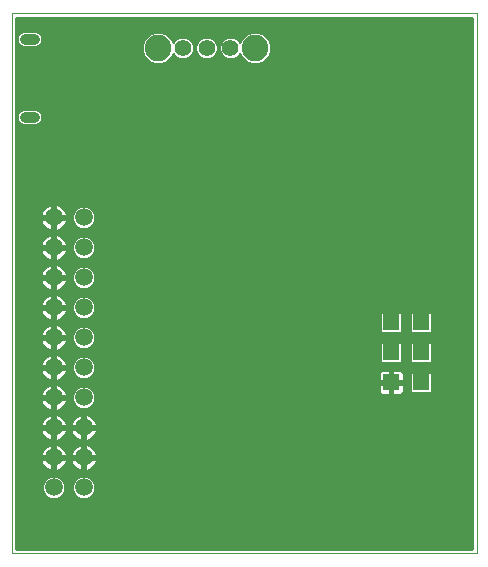
<source format=gbl>
G75*
%MOIN*%
%OFA0B0*%
%FSLAX25Y25*%
%IPPOS*%
%LPD*%
%AMOC8*
5,1,8,0,0,1.08239X$1,22.5*
%
%ADD10C,0.00000*%
%ADD11C,0.03543*%
%ADD12C,0.05600*%
%ADD13C,0.08858*%
%ADD14R,0.05315X0.05315*%
%ADD15C,0.05906*%
%ADD16C,0.01000*%
%ADD17C,0.03169*%
%ADD18C,0.01600*%
D10*
X0001500Y0001500D02*
X0001500Y0181500D01*
X0156500Y0181500D01*
X0156500Y0001500D01*
X0001500Y0001500D01*
D11*
X0008866Y0147008D02*
X0008866Y0147008D01*
X0006110Y0147008D01*
X0006110Y0147008D01*
X0008866Y0147008D01*
X0008866Y0172992D02*
X0008866Y0172992D01*
X0006110Y0172992D01*
X0006110Y0172992D01*
X0008866Y0172992D01*
D12*
X0058600Y0170000D03*
X0066500Y0170000D03*
X0074400Y0170000D03*
D13*
X0082650Y0170000D03*
X0050350Y0170000D03*
D14*
X0128000Y0078500D03*
X0128000Y0068500D03*
X0128000Y0058500D03*
X0138000Y0058500D03*
X0138000Y0068500D03*
X0138000Y0078500D03*
D15*
X0025500Y0073500D03*
X0025500Y0083500D03*
X0025500Y0093500D03*
X0025500Y0103500D03*
X0025500Y0113500D03*
X0015500Y0113500D03*
X0015500Y0103500D03*
X0015500Y0093500D03*
X0015500Y0083500D03*
X0015500Y0073500D03*
X0015500Y0063500D03*
X0015500Y0053500D03*
X0015500Y0043500D03*
X0015500Y0033500D03*
X0015500Y0023500D03*
X0025500Y0023500D03*
X0025500Y0033500D03*
X0025500Y0043500D03*
X0025500Y0053500D03*
X0025500Y0063500D03*
D16*
X0028002Y0060412D02*
X0123843Y0060412D01*
X0123843Y0061355D02*
X0123843Y0058886D01*
X0127614Y0058886D01*
X0127614Y0062657D01*
X0125145Y0062657D01*
X0124764Y0062555D01*
X0124421Y0062358D01*
X0124142Y0062078D01*
X0123945Y0061736D01*
X0123843Y0061355D01*
X0123857Y0061411D02*
X0028913Y0061411D01*
X0028851Y0061261D02*
X0029453Y0062714D01*
X0029453Y0064286D01*
X0028851Y0065739D01*
X0027739Y0066851D01*
X0026286Y0067453D01*
X0024714Y0067453D01*
X0023261Y0066851D01*
X0022149Y0065739D01*
X0021547Y0064286D01*
X0021547Y0062714D01*
X0022149Y0061261D01*
X0023261Y0060149D01*
X0024714Y0059547D01*
X0026286Y0059547D01*
X0027739Y0060149D01*
X0028851Y0061261D01*
X0029327Y0062409D02*
X0124511Y0062409D01*
X0124928Y0064843D02*
X0124343Y0065428D01*
X0124343Y0071572D01*
X0124928Y0072157D01*
X0131072Y0072157D01*
X0131657Y0071572D01*
X0131657Y0065428D01*
X0131072Y0064843D01*
X0124928Y0064843D01*
X0124366Y0065405D02*
X0028989Y0065405D01*
X0029403Y0064406D02*
X0155000Y0064406D01*
X0155000Y0063408D02*
X0029453Y0063408D01*
X0028187Y0066403D02*
X0124343Y0066403D01*
X0124343Y0067402D02*
X0026409Y0067402D01*
X0024591Y0067402D02*
X0017650Y0067402D01*
X0017834Y0067308D02*
X0017209Y0067627D01*
X0016543Y0067843D01*
X0015984Y0067932D01*
X0015984Y0063984D01*
X0015016Y0063984D01*
X0015016Y0063016D01*
X0011068Y0063016D01*
X0011157Y0062457D01*
X0011373Y0061791D01*
X0011692Y0061166D01*
X0012104Y0060599D01*
X0012599Y0060104D01*
X0013166Y0059692D01*
X0013791Y0059373D01*
X0014457Y0059157D01*
X0015016Y0059068D01*
X0015016Y0063016D01*
X0015984Y0063016D01*
X0015984Y0059068D01*
X0016543Y0059157D01*
X0017209Y0059373D01*
X0017834Y0059692D01*
X0018401Y0060104D01*
X0018896Y0060599D01*
X0019308Y0061166D01*
X0019627Y0061791D01*
X0019843Y0062457D01*
X0019932Y0063016D01*
X0015984Y0063016D01*
X0015984Y0063984D01*
X0019932Y0063984D01*
X0019843Y0064543D01*
X0019627Y0065209D01*
X0019308Y0065834D01*
X0018896Y0066401D01*
X0018401Y0066896D01*
X0017834Y0067308D01*
X0018894Y0066403D02*
X0022813Y0066403D01*
X0022011Y0065405D02*
X0019527Y0065405D01*
X0019865Y0064406D02*
X0021597Y0064406D01*
X0021547Y0063408D02*
X0015984Y0063408D01*
X0015016Y0063408D02*
X0003000Y0063408D01*
X0003000Y0064406D02*
X0011135Y0064406D01*
X0011157Y0064543D02*
X0011068Y0063984D01*
X0015016Y0063984D01*
X0015016Y0067932D01*
X0014457Y0067843D01*
X0013791Y0067627D01*
X0013166Y0067308D01*
X0012599Y0066896D01*
X0012104Y0066401D01*
X0011692Y0065834D01*
X0011373Y0065209D01*
X0011157Y0064543D01*
X0011473Y0065405D02*
X0003000Y0065405D01*
X0003000Y0066403D02*
X0012106Y0066403D01*
X0013350Y0067402D02*
X0003000Y0067402D01*
X0003000Y0068400D02*
X0124343Y0068400D01*
X0124343Y0069399D02*
X0017259Y0069399D01*
X0017209Y0069373D02*
X0017834Y0069692D01*
X0018401Y0070104D01*
X0018896Y0070599D01*
X0019308Y0071166D01*
X0019627Y0071791D01*
X0019843Y0072457D01*
X0019932Y0073016D01*
X0015984Y0073016D01*
X0015984Y0069068D01*
X0016543Y0069157D01*
X0017209Y0069373D01*
X0015984Y0069399D02*
X0015016Y0069399D01*
X0015016Y0069068D02*
X0015016Y0073016D01*
X0011068Y0073016D01*
X0011157Y0072457D01*
X0011373Y0071791D01*
X0011692Y0071166D01*
X0012104Y0070599D01*
X0012599Y0070104D01*
X0013166Y0069692D01*
X0013791Y0069373D01*
X0014457Y0069157D01*
X0015016Y0069068D01*
X0013741Y0069399D02*
X0003000Y0069399D01*
X0003000Y0070397D02*
X0012306Y0070397D01*
X0011575Y0071396D02*
X0003000Y0071396D01*
X0003000Y0072394D02*
X0011177Y0072394D01*
X0011068Y0073984D02*
X0015016Y0073984D01*
X0015016Y0073016D01*
X0015984Y0073016D01*
X0015984Y0073984D01*
X0015016Y0073984D01*
X0015016Y0077932D01*
X0014457Y0077843D01*
X0013791Y0077627D01*
X0013166Y0077308D01*
X0012599Y0076896D01*
X0012104Y0076401D01*
X0011692Y0075834D01*
X0011373Y0075209D01*
X0011157Y0074543D01*
X0011068Y0073984D01*
X0011133Y0074391D02*
X0003000Y0074391D01*
X0003000Y0073393D02*
X0015016Y0073393D01*
X0015984Y0073393D02*
X0021547Y0073393D01*
X0021547Y0072714D02*
X0021547Y0074286D01*
X0022149Y0075739D01*
X0023261Y0076851D01*
X0024714Y0077453D01*
X0026286Y0077453D01*
X0027739Y0076851D01*
X0028851Y0075739D01*
X0029453Y0074286D01*
X0029453Y0072714D01*
X0028851Y0071261D01*
X0027739Y0070149D01*
X0026286Y0069547D01*
X0024714Y0069547D01*
X0023261Y0070149D01*
X0022149Y0071261D01*
X0021547Y0072714D01*
X0021680Y0072394D02*
X0019823Y0072394D01*
X0019425Y0071396D02*
X0022093Y0071396D01*
X0023013Y0070397D02*
X0018694Y0070397D01*
X0015984Y0070397D02*
X0015016Y0070397D01*
X0015016Y0071396D02*
X0015984Y0071396D01*
X0015984Y0072394D02*
X0015016Y0072394D01*
X0015984Y0073984D02*
X0019932Y0073984D01*
X0019843Y0074543D01*
X0019627Y0075209D01*
X0019308Y0075834D01*
X0018896Y0076401D01*
X0018401Y0076896D01*
X0017834Y0077308D01*
X0017209Y0077627D01*
X0016543Y0077843D01*
X0015984Y0077932D01*
X0015984Y0073984D01*
X0015984Y0074391D02*
X0015016Y0074391D01*
X0015016Y0075390D02*
X0015984Y0075390D01*
X0015984Y0076388D02*
X0015016Y0076388D01*
X0015016Y0077387D02*
X0015984Y0077387D01*
X0015984Y0079068D02*
X0016543Y0079157D01*
X0017209Y0079373D01*
X0017834Y0079692D01*
X0018401Y0080104D01*
X0018896Y0080599D01*
X0019308Y0081166D01*
X0019627Y0081791D01*
X0019843Y0082457D01*
X0019932Y0083016D01*
X0015984Y0083016D01*
X0015984Y0079068D01*
X0015984Y0079384D02*
X0015016Y0079384D01*
X0015016Y0079068D02*
X0015016Y0083016D01*
X0011068Y0083016D01*
X0011157Y0082457D01*
X0011373Y0081791D01*
X0011692Y0081166D01*
X0012104Y0080599D01*
X0012599Y0080104D01*
X0013166Y0079692D01*
X0013791Y0079373D01*
X0014457Y0079157D01*
X0015016Y0079068D01*
X0013770Y0079384D02*
X0003000Y0079384D01*
X0003000Y0080382D02*
X0012320Y0080382D01*
X0011582Y0081381D02*
X0003000Y0081381D01*
X0003000Y0082379D02*
X0011182Y0082379D01*
X0011068Y0083984D02*
X0015016Y0083984D01*
X0015016Y0083016D01*
X0015984Y0083016D01*
X0015984Y0083984D01*
X0015016Y0083984D01*
X0015016Y0087932D01*
X0014457Y0087843D01*
X0013791Y0087627D01*
X0013166Y0087308D01*
X0012599Y0086896D01*
X0012104Y0086401D01*
X0011692Y0085834D01*
X0011373Y0085209D01*
X0011157Y0084543D01*
X0011068Y0083984D01*
X0011131Y0084376D02*
X0003000Y0084376D01*
X0003000Y0083378D02*
X0015016Y0083378D01*
X0015984Y0083378D02*
X0021547Y0083378D01*
X0021547Y0082714D02*
X0022149Y0081261D01*
X0023261Y0080149D01*
X0024714Y0079547D01*
X0026286Y0079547D01*
X0027739Y0080149D01*
X0028851Y0081261D01*
X0029453Y0082714D01*
X0029453Y0084286D01*
X0028851Y0085739D01*
X0027739Y0086851D01*
X0026286Y0087453D01*
X0024714Y0087453D01*
X0023261Y0086851D01*
X0022149Y0085739D01*
X0021547Y0084286D01*
X0021547Y0082714D01*
X0021686Y0082379D02*
X0019818Y0082379D01*
X0019418Y0081381D02*
X0022099Y0081381D01*
X0023028Y0080382D02*
X0018680Y0080382D01*
X0017230Y0079384D02*
X0124343Y0079384D01*
X0124343Y0080382D02*
X0027972Y0080382D01*
X0028901Y0081381D02*
X0124343Y0081381D01*
X0124343Y0081572D02*
X0124343Y0075428D01*
X0124928Y0074843D01*
X0131072Y0074843D01*
X0131657Y0075428D01*
X0131657Y0081572D01*
X0131072Y0082157D01*
X0124928Y0082157D01*
X0124343Y0081572D01*
X0124343Y0078385D02*
X0003000Y0078385D01*
X0003000Y0077387D02*
X0013320Y0077387D01*
X0012095Y0076388D02*
X0003000Y0076388D01*
X0003000Y0075390D02*
X0011465Y0075390D01*
X0015016Y0080382D02*
X0015984Y0080382D01*
X0015984Y0081381D02*
X0015016Y0081381D01*
X0015016Y0082379D02*
X0015984Y0082379D01*
X0015984Y0083984D02*
X0019932Y0083984D01*
X0019843Y0084543D01*
X0019627Y0085209D01*
X0019308Y0085834D01*
X0018896Y0086401D01*
X0018401Y0086896D01*
X0017834Y0087308D01*
X0017209Y0087627D01*
X0016543Y0087843D01*
X0015984Y0087932D01*
X0015984Y0083984D01*
X0015984Y0084376D02*
X0015016Y0084376D01*
X0015016Y0085375D02*
X0015984Y0085375D01*
X0015984Y0086373D02*
X0015016Y0086373D01*
X0015016Y0087372D02*
X0015984Y0087372D01*
X0015984Y0089068D02*
X0016543Y0089157D01*
X0017209Y0089373D01*
X0017834Y0089692D01*
X0018401Y0090104D01*
X0018896Y0090599D01*
X0019308Y0091166D01*
X0019627Y0091791D01*
X0019843Y0092457D01*
X0019932Y0093016D01*
X0015984Y0093016D01*
X0015984Y0089068D01*
X0015984Y0089369D02*
X0015016Y0089369D01*
X0015016Y0089068D02*
X0015016Y0093016D01*
X0011068Y0093016D01*
X0011157Y0092457D01*
X0011373Y0091791D01*
X0011692Y0091166D01*
X0012104Y0090599D01*
X0012599Y0090104D01*
X0013166Y0089692D01*
X0013791Y0089373D01*
X0014457Y0089157D01*
X0015016Y0089068D01*
X0013805Y0089369D02*
X0003000Y0089369D01*
X0003000Y0088370D02*
X0155000Y0088370D01*
X0155000Y0087372D02*
X0026481Y0087372D01*
X0024519Y0087372D02*
X0017709Y0087372D01*
X0018916Y0086373D02*
X0022783Y0086373D01*
X0021998Y0085375D02*
X0019542Y0085375D01*
X0019869Y0084376D02*
X0021585Y0084376D01*
X0023261Y0090149D02*
X0024714Y0089547D01*
X0026286Y0089547D01*
X0027739Y0090149D01*
X0028851Y0091261D01*
X0029453Y0092714D01*
X0029453Y0094286D01*
X0028851Y0095739D01*
X0027739Y0096851D01*
X0026286Y0097453D01*
X0024714Y0097453D01*
X0023261Y0096851D01*
X0022149Y0095739D01*
X0021547Y0094286D01*
X0021547Y0092714D01*
X0022149Y0091261D01*
X0023261Y0090149D01*
X0023042Y0090368D02*
X0018665Y0090368D01*
X0019410Y0091366D02*
X0022105Y0091366D01*
X0021692Y0092365D02*
X0019813Y0092365D01*
X0019932Y0093984D02*
X0019843Y0094543D01*
X0019627Y0095209D01*
X0019308Y0095834D01*
X0018896Y0096401D01*
X0018401Y0096896D01*
X0017834Y0097308D01*
X0017209Y0097627D01*
X0016543Y0097843D01*
X0015984Y0097932D01*
X0015984Y0093984D01*
X0015016Y0093984D01*
X0015016Y0093016D01*
X0015984Y0093016D01*
X0015984Y0093984D01*
X0019932Y0093984D01*
X0019872Y0094362D02*
X0021578Y0094362D01*
X0021547Y0093363D02*
X0015984Y0093363D01*
X0015016Y0093363D02*
X0003000Y0093363D01*
X0003000Y0092365D02*
X0011187Y0092365D01*
X0011590Y0091366D02*
X0003000Y0091366D01*
X0003000Y0090368D02*
X0012335Y0090368D01*
X0015016Y0090368D02*
X0015984Y0090368D01*
X0015984Y0091366D02*
X0015016Y0091366D01*
X0015016Y0092365D02*
X0015984Y0092365D01*
X0015016Y0093984D02*
X0011068Y0093984D01*
X0011157Y0094543D01*
X0011373Y0095209D01*
X0011692Y0095834D01*
X0012104Y0096401D01*
X0012599Y0096896D01*
X0013166Y0097308D01*
X0013791Y0097627D01*
X0014457Y0097843D01*
X0015016Y0097932D01*
X0015016Y0093984D01*
X0015016Y0094362D02*
X0015984Y0094362D01*
X0015984Y0095360D02*
X0015016Y0095360D01*
X0015016Y0096359D02*
X0015984Y0096359D01*
X0015984Y0097357D02*
X0015016Y0097357D01*
X0015016Y0099068D02*
X0015016Y0103016D01*
X0011068Y0103016D01*
X0011157Y0102457D01*
X0011373Y0101791D01*
X0011692Y0101166D01*
X0012104Y0100599D01*
X0012599Y0100104D01*
X0013166Y0099692D01*
X0013791Y0099373D01*
X0014457Y0099157D01*
X0015016Y0099068D01*
X0015016Y0099354D02*
X0015984Y0099354D01*
X0015984Y0099068D02*
X0016543Y0099157D01*
X0017209Y0099373D01*
X0017834Y0099692D01*
X0018401Y0100104D01*
X0018896Y0100599D01*
X0019308Y0101166D01*
X0019627Y0101791D01*
X0019843Y0102457D01*
X0019932Y0103016D01*
X0015984Y0103016D01*
X0015984Y0099068D01*
X0017150Y0099354D02*
X0155000Y0099354D01*
X0155000Y0098356D02*
X0003000Y0098356D01*
X0003000Y0099354D02*
X0013850Y0099354D01*
X0015016Y0100353D02*
X0015984Y0100353D01*
X0015984Y0101351D02*
X0015016Y0101351D01*
X0015016Y0102350D02*
X0015984Y0102350D01*
X0015984Y0103016D02*
X0015016Y0103016D01*
X0015016Y0103984D01*
X0011068Y0103984D01*
X0011157Y0104543D01*
X0011373Y0105209D01*
X0011692Y0105834D01*
X0012104Y0106401D01*
X0012599Y0106896D01*
X0013166Y0107308D01*
X0013791Y0107627D01*
X0014457Y0107843D01*
X0015016Y0107932D01*
X0015016Y0103984D01*
X0015984Y0103984D01*
X0015984Y0107932D01*
X0016543Y0107843D01*
X0017209Y0107627D01*
X0017834Y0107308D01*
X0018401Y0106896D01*
X0018896Y0106401D01*
X0019308Y0105834D01*
X0019627Y0105209D01*
X0019843Y0104543D01*
X0019932Y0103984D01*
X0015984Y0103984D01*
X0015984Y0103016D01*
X0015984Y0103348D02*
X0021547Y0103348D01*
X0021547Y0102714D02*
X0022149Y0101261D01*
X0023261Y0100149D01*
X0024714Y0099547D01*
X0026286Y0099547D01*
X0027739Y0100149D01*
X0028851Y0101261D01*
X0029453Y0102714D01*
X0029453Y0104286D01*
X0028851Y0105739D01*
X0027739Y0106851D01*
X0026286Y0107453D01*
X0024714Y0107453D01*
X0023261Y0106851D01*
X0022149Y0105739D01*
X0021547Y0104286D01*
X0021547Y0102714D01*
X0021698Y0102350D02*
X0019808Y0102350D01*
X0019403Y0101351D02*
X0022112Y0101351D01*
X0023057Y0100353D02*
X0018650Y0100353D01*
X0017738Y0097357D02*
X0024483Y0097357D01*
X0022769Y0096359D02*
X0018927Y0096359D01*
X0019550Y0095360D02*
X0021992Y0095360D01*
X0026517Y0097357D02*
X0155000Y0097357D01*
X0155000Y0096359D02*
X0028231Y0096359D01*
X0029008Y0095360D02*
X0155000Y0095360D01*
X0155000Y0094362D02*
X0029422Y0094362D01*
X0029453Y0093363D02*
X0155000Y0093363D01*
X0155000Y0092365D02*
X0029308Y0092365D01*
X0028894Y0091366D02*
X0155000Y0091366D01*
X0155000Y0090368D02*
X0027958Y0090368D01*
X0028217Y0086373D02*
X0155000Y0086373D01*
X0155000Y0085375D02*
X0029002Y0085375D01*
X0029415Y0084376D02*
X0155000Y0084376D01*
X0155000Y0083378D02*
X0029453Y0083378D01*
X0029314Y0082379D02*
X0155000Y0082379D01*
X0155000Y0081381D02*
X0141657Y0081381D01*
X0141657Y0081572D02*
X0141072Y0082157D01*
X0134928Y0082157D01*
X0134343Y0081572D01*
X0134343Y0075428D01*
X0134928Y0074843D01*
X0141072Y0074843D01*
X0141657Y0075428D01*
X0141657Y0081572D01*
X0141657Y0080382D02*
X0155000Y0080382D01*
X0155000Y0079384D02*
X0141657Y0079384D01*
X0141657Y0078385D02*
X0155000Y0078385D01*
X0155000Y0077387D02*
X0141657Y0077387D01*
X0141657Y0076388D02*
X0155000Y0076388D01*
X0155000Y0075390D02*
X0141619Y0075390D01*
X0141072Y0072157D02*
X0141657Y0071572D01*
X0141657Y0065428D01*
X0141072Y0064843D01*
X0134928Y0064843D01*
X0134343Y0065428D01*
X0134343Y0071572D01*
X0134928Y0072157D01*
X0141072Y0072157D01*
X0141657Y0071396D02*
X0155000Y0071396D01*
X0155000Y0072394D02*
X0029320Y0072394D01*
X0029453Y0073393D02*
X0155000Y0073393D01*
X0155000Y0074391D02*
X0029409Y0074391D01*
X0028996Y0075390D02*
X0124381Y0075390D01*
X0124343Y0076388D02*
X0028202Y0076388D01*
X0026445Y0077387D02*
X0124343Y0077387D01*
X0124343Y0071396D02*
X0028907Y0071396D01*
X0027987Y0070397D02*
X0124343Y0070397D01*
X0127614Y0062409D02*
X0128386Y0062409D01*
X0128386Y0062657D02*
X0128386Y0058886D01*
X0127614Y0058886D01*
X0127614Y0058114D01*
X0128386Y0058114D01*
X0128386Y0058886D01*
X0132157Y0058886D01*
X0132157Y0061355D01*
X0132055Y0061736D01*
X0131858Y0062078D01*
X0131578Y0062358D01*
X0131236Y0062555D01*
X0130855Y0062657D01*
X0128386Y0062657D01*
X0128386Y0061411D02*
X0127614Y0061411D01*
X0127614Y0060412D02*
X0128386Y0060412D01*
X0128386Y0059414D02*
X0127614Y0059414D01*
X0127614Y0058415D02*
X0003000Y0058415D01*
X0003000Y0057417D02*
X0013379Y0057417D01*
X0013166Y0057308D02*
X0012599Y0056896D01*
X0012104Y0056401D01*
X0011692Y0055834D01*
X0011373Y0055209D01*
X0011157Y0054543D01*
X0011068Y0053984D01*
X0015016Y0053984D01*
X0015016Y0053016D01*
X0011068Y0053016D01*
X0011157Y0052457D01*
X0011373Y0051791D01*
X0011692Y0051166D01*
X0012104Y0050599D01*
X0012599Y0050104D01*
X0013166Y0049692D01*
X0013791Y0049373D01*
X0014457Y0049157D01*
X0015016Y0049068D01*
X0015016Y0053016D01*
X0015984Y0053016D01*
X0015984Y0049068D01*
X0016543Y0049157D01*
X0017209Y0049373D01*
X0017834Y0049692D01*
X0018401Y0050104D01*
X0018896Y0050599D01*
X0019308Y0051166D01*
X0019627Y0051791D01*
X0019843Y0052457D01*
X0019932Y0053016D01*
X0015984Y0053016D01*
X0015984Y0053984D01*
X0015016Y0053984D01*
X0015016Y0057932D01*
X0014457Y0057843D01*
X0013791Y0057627D01*
X0013166Y0057308D01*
X0012121Y0056418D02*
X0003000Y0056418D01*
X0003000Y0055420D02*
X0011481Y0055420D01*
X0011138Y0054421D02*
X0003000Y0054421D01*
X0003000Y0053423D02*
X0015016Y0053423D01*
X0015984Y0053423D02*
X0021547Y0053423D01*
X0021547Y0052714D02*
X0021547Y0054286D01*
X0022149Y0055739D01*
X0023261Y0056851D01*
X0024714Y0057453D01*
X0026286Y0057453D01*
X0027739Y0056851D01*
X0028851Y0055739D01*
X0029453Y0054286D01*
X0029453Y0052714D01*
X0028851Y0051261D01*
X0027739Y0050149D01*
X0026286Y0049547D01*
X0024714Y0049547D01*
X0023261Y0050149D01*
X0022149Y0051261D01*
X0021547Y0052714D01*
X0021667Y0052424D02*
X0019832Y0052424D01*
X0019440Y0051426D02*
X0022081Y0051426D01*
X0022983Y0050427D02*
X0018724Y0050427D01*
X0017317Y0049429D02*
X0155000Y0049429D01*
X0155000Y0050427D02*
X0028017Y0050427D01*
X0028919Y0051426D02*
X0155000Y0051426D01*
X0155000Y0052424D02*
X0029333Y0052424D01*
X0029453Y0053423D02*
X0155000Y0053423D01*
X0155000Y0054421D02*
X0131148Y0054421D01*
X0131236Y0054445D02*
X0131578Y0054642D01*
X0131858Y0054921D01*
X0132055Y0055264D01*
X0132157Y0055645D01*
X0132157Y0058114D01*
X0128386Y0058114D01*
X0128386Y0054343D01*
X0130855Y0054343D01*
X0131236Y0054445D01*
X0132097Y0055420D02*
X0134351Y0055420D01*
X0134343Y0055428D02*
X0134928Y0054843D01*
X0141072Y0054843D01*
X0141657Y0055428D01*
X0141657Y0061572D01*
X0141072Y0062157D01*
X0134928Y0062157D01*
X0134343Y0061572D01*
X0134343Y0055428D01*
X0134343Y0056418D02*
X0132157Y0056418D01*
X0132157Y0057417D02*
X0134343Y0057417D01*
X0134343Y0058415D02*
X0128386Y0058415D01*
X0127614Y0058114D02*
X0127614Y0054343D01*
X0125145Y0054343D01*
X0124764Y0054445D01*
X0124421Y0054642D01*
X0124142Y0054921D01*
X0123945Y0055264D01*
X0123843Y0055645D01*
X0123843Y0058114D01*
X0127614Y0058114D01*
X0127614Y0057417D02*
X0128386Y0057417D01*
X0128386Y0056418D02*
X0127614Y0056418D01*
X0127614Y0055420D02*
X0128386Y0055420D01*
X0128386Y0054421D02*
X0127614Y0054421D01*
X0124852Y0054421D02*
X0029397Y0054421D01*
X0028983Y0055420D02*
X0123903Y0055420D01*
X0123843Y0056418D02*
X0028172Y0056418D01*
X0026373Y0057417D02*
X0123843Y0057417D01*
X0123843Y0059414D02*
X0017288Y0059414D01*
X0015984Y0059414D02*
X0015016Y0059414D01*
X0015016Y0060412D02*
X0015984Y0060412D01*
X0015984Y0061411D02*
X0015016Y0061411D01*
X0015016Y0062409D02*
X0015984Y0062409D01*
X0015984Y0064406D02*
X0015016Y0064406D01*
X0015016Y0065405D02*
X0015984Y0065405D01*
X0015984Y0066403D02*
X0015016Y0066403D01*
X0015016Y0067402D02*
X0015984Y0067402D01*
X0019827Y0062409D02*
X0021673Y0062409D01*
X0022087Y0061411D02*
X0019433Y0061411D01*
X0018709Y0060412D02*
X0022998Y0060412D01*
X0024627Y0057417D02*
X0017621Y0057417D01*
X0017834Y0057308D02*
X0017209Y0057627D01*
X0016543Y0057843D01*
X0015984Y0057932D01*
X0015984Y0053984D01*
X0019932Y0053984D01*
X0019843Y0054543D01*
X0019627Y0055209D01*
X0019308Y0055834D01*
X0018896Y0056401D01*
X0018401Y0056896D01*
X0017834Y0057308D01*
X0018879Y0056418D02*
X0022828Y0056418D01*
X0022017Y0055420D02*
X0019519Y0055420D01*
X0019862Y0054421D02*
X0021603Y0054421D01*
X0015984Y0054421D02*
X0015016Y0054421D01*
X0015016Y0055420D02*
X0015984Y0055420D01*
X0015984Y0056418D02*
X0015016Y0056418D01*
X0015016Y0057417D02*
X0015984Y0057417D01*
X0013712Y0059414D02*
X0003000Y0059414D01*
X0003000Y0060412D02*
X0012291Y0060412D01*
X0011567Y0061411D02*
X0003000Y0061411D01*
X0003000Y0062409D02*
X0011173Y0062409D01*
X0011168Y0052424D02*
X0003000Y0052424D01*
X0003000Y0051426D02*
X0011560Y0051426D01*
X0012276Y0050427D02*
X0003000Y0050427D01*
X0003000Y0049429D02*
X0013683Y0049429D01*
X0015016Y0049429D02*
X0015984Y0049429D01*
X0015984Y0050427D02*
X0015016Y0050427D01*
X0015016Y0051426D02*
X0015984Y0051426D01*
X0015984Y0052424D02*
X0015016Y0052424D01*
X0015016Y0047932D02*
X0014457Y0047843D01*
X0013791Y0047627D01*
X0013166Y0047308D01*
X0012599Y0046896D01*
X0012104Y0046401D01*
X0011692Y0045834D01*
X0011373Y0045209D01*
X0011157Y0044543D01*
X0011068Y0043984D01*
X0015016Y0043984D01*
X0015016Y0043016D01*
X0011068Y0043016D01*
X0011157Y0042457D01*
X0011373Y0041791D01*
X0011692Y0041166D01*
X0012104Y0040599D01*
X0012599Y0040104D01*
X0013166Y0039692D01*
X0013791Y0039373D01*
X0014457Y0039157D01*
X0015016Y0039068D01*
X0015016Y0043016D01*
X0015984Y0043016D01*
X0015984Y0039068D01*
X0016543Y0039157D01*
X0017209Y0039373D01*
X0017834Y0039692D01*
X0018401Y0040104D01*
X0018896Y0040599D01*
X0019308Y0041166D01*
X0019627Y0041791D01*
X0019843Y0042457D01*
X0019932Y0043016D01*
X0015984Y0043016D01*
X0015984Y0043984D01*
X0015016Y0043984D01*
X0015016Y0047932D01*
X0015016Y0047432D02*
X0015984Y0047432D01*
X0015984Y0047932D02*
X0015984Y0043984D01*
X0019932Y0043984D01*
X0019843Y0044543D01*
X0019627Y0045209D01*
X0019308Y0045834D01*
X0018896Y0046401D01*
X0018401Y0046896D01*
X0017834Y0047308D01*
X0017209Y0047627D01*
X0016543Y0047843D01*
X0015984Y0047932D01*
X0015984Y0046433D02*
X0015016Y0046433D01*
X0015016Y0045434D02*
X0015984Y0045434D01*
X0015984Y0044436D02*
X0015016Y0044436D01*
X0015016Y0043437D02*
X0003000Y0043437D01*
X0003000Y0042439D02*
X0011163Y0042439D01*
X0011552Y0041440D02*
X0003000Y0041440D01*
X0003000Y0040442D02*
X0012261Y0040442D01*
X0013653Y0039443D02*
X0003000Y0039443D01*
X0003000Y0038445D02*
X0155000Y0038445D01*
X0155000Y0039443D02*
X0027347Y0039443D01*
X0027209Y0039373D02*
X0027834Y0039692D01*
X0028401Y0040104D01*
X0028896Y0040599D01*
X0029308Y0041166D01*
X0029627Y0041791D01*
X0029843Y0042457D01*
X0029932Y0043016D01*
X0025984Y0043016D01*
X0025984Y0039068D01*
X0026543Y0039157D01*
X0027209Y0039373D01*
X0025984Y0039443D02*
X0025016Y0039443D01*
X0025016Y0039068D02*
X0025016Y0043016D01*
X0021068Y0043016D01*
X0021157Y0042457D01*
X0021373Y0041791D01*
X0021692Y0041166D01*
X0022104Y0040599D01*
X0022599Y0040104D01*
X0023166Y0039692D01*
X0023791Y0039373D01*
X0024457Y0039157D01*
X0025016Y0039068D01*
X0025016Y0037932D02*
X0024457Y0037843D01*
X0023791Y0037627D01*
X0023166Y0037308D01*
X0022599Y0036896D01*
X0022104Y0036401D01*
X0021692Y0035834D01*
X0021373Y0035209D01*
X0021157Y0034543D01*
X0021068Y0033984D01*
X0025016Y0033984D01*
X0025016Y0033016D01*
X0021068Y0033016D01*
X0021157Y0032457D01*
X0021373Y0031791D01*
X0021692Y0031166D01*
X0022104Y0030599D01*
X0022599Y0030104D01*
X0023166Y0029692D01*
X0023791Y0029373D01*
X0024457Y0029157D01*
X0025016Y0029068D01*
X0025016Y0033016D01*
X0025984Y0033016D01*
X0025984Y0029068D01*
X0026543Y0029157D01*
X0027209Y0029373D01*
X0027834Y0029692D01*
X0028401Y0030104D01*
X0028896Y0030599D01*
X0029308Y0031166D01*
X0029627Y0031791D01*
X0029843Y0032457D01*
X0029932Y0033016D01*
X0025984Y0033016D01*
X0025984Y0033984D01*
X0025016Y0033984D01*
X0025016Y0037932D01*
X0025016Y0037446D02*
X0025984Y0037446D01*
X0025984Y0037932D02*
X0025984Y0033984D01*
X0029932Y0033984D01*
X0029843Y0034543D01*
X0029627Y0035209D01*
X0029308Y0035834D01*
X0028896Y0036401D01*
X0028401Y0036896D01*
X0027834Y0037308D01*
X0027209Y0037627D01*
X0026543Y0037843D01*
X0025984Y0037932D01*
X0025984Y0036448D02*
X0025016Y0036448D01*
X0025016Y0035449D02*
X0025984Y0035449D01*
X0025984Y0034451D02*
X0025016Y0034451D01*
X0025016Y0033452D02*
X0015984Y0033452D01*
X0015984Y0033016D02*
X0015984Y0033984D01*
X0015016Y0033984D01*
X0015016Y0033016D01*
X0011068Y0033016D01*
X0011157Y0032457D01*
X0011373Y0031791D01*
X0011692Y0031166D01*
X0012104Y0030599D01*
X0012599Y0030104D01*
X0013166Y0029692D01*
X0013791Y0029373D01*
X0014457Y0029157D01*
X0015016Y0029068D01*
X0015016Y0033016D01*
X0015984Y0033016D01*
X0015984Y0029068D01*
X0016543Y0029157D01*
X0017209Y0029373D01*
X0017834Y0029692D01*
X0018401Y0030104D01*
X0018896Y0030599D01*
X0019308Y0031166D01*
X0019627Y0031791D01*
X0019843Y0032457D01*
X0019932Y0033016D01*
X0015984Y0033016D01*
X0015984Y0032454D02*
X0015016Y0032454D01*
X0015016Y0033452D02*
X0003000Y0033452D01*
X0003000Y0032454D02*
X0011158Y0032454D01*
X0011544Y0031455D02*
X0003000Y0031455D01*
X0003000Y0030457D02*
X0012246Y0030457D01*
X0013624Y0029458D02*
X0003000Y0029458D01*
X0003000Y0028460D02*
X0155000Y0028460D01*
X0155000Y0029458D02*
X0027376Y0029458D01*
X0025984Y0029458D02*
X0025016Y0029458D01*
X0025016Y0030457D02*
X0025984Y0030457D01*
X0025984Y0031455D02*
X0025016Y0031455D01*
X0025016Y0032454D02*
X0025984Y0032454D01*
X0025984Y0033452D02*
X0155000Y0033452D01*
X0155000Y0032454D02*
X0029842Y0032454D01*
X0029456Y0031455D02*
X0155000Y0031455D01*
X0155000Y0030457D02*
X0028754Y0030457D01*
X0027739Y0026851D02*
X0026286Y0027453D01*
X0024714Y0027453D01*
X0023261Y0026851D01*
X0022149Y0025739D01*
X0021547Y0024286D01*
X0021547Y0022714D01*
X0022149Y0021261D01*
X0023261Y0020149D01*
X0024714Y0019547D01*
X0026286Y0019547D01*
X0027739Y0020149D01*
X0028851Y0021261D01*
X0029453Y0022714D01*
X0029453Y0024286D01*
X0028851Y0025739D01*
X0027739Y0026851D01*
X0028127Y0026463D02*
X0155000Y0026463D01*
X0155000Y0027461D02*
X0003000Y0027461D01*
X0003000Y0026463D02*
X0012873Y0026463D01*
X0013261Y0026851D02*
X0012149Y0025739D01*
X0011547Y0024286D01*
X0011547Y0022714D01*
X0012149Y0021261D01*
X0013261Y0020149D01*
X0014714Y0019547D01*
X0016286Y0019547D01*
X0017739Y0020149D01*
X0018851Y0021261D01*
X0019453Y0022714D01*
X0019453Y0024286D01*
X0018851Y0025739D01*
X0017739Y0026851D01*
X0016286Y0027453D01*
X0014714Y0027453D01*
X0013261Y0026851D01*
X0012035Y0025464D02*
X0003000Y0025464D01*
X0003000Y0024466D02*
X0011622Y0024466D01*
X0011547Y0023467D02*
X0003000Y0023467D01*
X0003000Y0022469D02*
X0011649Y0022469D01*
X0012062Y0021470D02*
X0003000Y0021470D01*
X0003000Y0020472D02*
X0012938Y0020472D01*
X0018062Y0020472D02*
X0022938Y0020472D01*
X0022062Y0021470D02*
X0018938Y0021470D01*
X0019351Y0022469D02*
X0021649Y0022469D01*
X0021547Y0023467D02*
X0019453Y0023467D01*
X0019378Y0024466D02*
X0021622Y0024466D01*
X0022035Y0025464D02*
X0018965Y0025464D01*
X0018127Y0026463D02*
X0022873Y0026463D01*
X0023624Y0029458D02*
X0017376Y0029458D01*
X0015984Y0029458D02*
X0015016Y0029458D01*
X0015016Y0030457D02*
X0015984Y0030457D01*
X0015984Y0031455D02*
X0015016Y0031455D01*
X0015016Y0033984D02*
X0011068Y0033984D01*
X0011157Y0034543D01*
X0011373Y0035209D01*
X0011692Y0035834D01*
X0012104Y0036401D01*
X0012599Y0036896D01*
X0013166Y0037308D01*
X0013791Y0037627D01*
X0014457Y0037843D01*
X0015016Y0037932D01*
X0015016Y0033984D01*
X0015016Y0034451D02*
X0015984Y0034451D01*
X0015984Y0033984D02*
X0015984Y0037932D01*
X0016543Y0037843D01*
X0017209Y0037627D01*
X0017834Y0037308D01*
X0018401Y0036896D01*
X0018896Y0036401D01*
X0019308Y0035834D01*
X0019627Y0035209D01*
X0019843Y0034543D01*
X0019932Y0033984D01*
X0015984Y0033984D01*
X0015984Y0035449D02*
X0015016Y0035449D01*
X0015016Y0036448D02*
X0015984Y0036448D01*
X0015984Y0037446D02*
X0015016Y0037446D01*
X0013437Y0037446D02*
X0003000Y0037446D01*
X0003000Y0036448D02*
X0012151Y0036448D01*
X0011496Y0035449D02*
X0003000Y0035449D01*
X0003000Y0034451D02*
X0011142Y0034451D01*
X0015016Y0039443D02*
X0015984Y0039443D01*
X0015984Y0040442D02*
X0015016Y0040442D01*
X0015016Y0041440D02*
X0015984Y0041440D01*
X0015984Y0042439D02*
X0015016Y0042439D01*
X0015984Y0043437D02*
X0025016Y0043437D01*
X0025016Y0043016D02*
X0025016Y0043984D01*
X0021068Y0043984D01*
X0021157Y0044543D01*
X0021373Y0045209D01*
X0021692Y0045834D01*
X0022104Y0046401D01*
X0022599Y0046896D01*
X0023166Y0047308D01*
X0023791Y0047627D01*
X0024457Y0047843D01*
X0025016Y0047932D01*
X0025016Y0043984D01*
X0025984Y0043984D01*
X0025984Y0047932D01*
X0026543Y0047843D01*
X0027209Y0047627D01*
X0027834Y0047308D01*
X0028401Y0046896D01*
X0028896Y0046401D01*
X0029308Y0045834D01*
X0029627Y0045209D01*
X0029843Y0044543D01*
X0029932Y0043984D01*
X0025984Y0043984D01*
X0025984Y0043016D01*
X0025016Y0043016D01*
X0025016Y0042439D02*
X0025984Y0042439D01*
X0025984Y0043437D02*
X0155000Y0043437D01*
X0155000Y0042439D02*
X0029837Y0042439D01*
X0029448Y0041440D02*
X0155000Y0041440D01*
X0155000Y0040442D02*
X0028739Y0040442D01*
X0025984Y0040442D02*
X0025016Y0040442D01*
X0025016Y0041440D02*
X0025984Y0041440D01*
X0025984Y0044436D02*
X0025016Y0044436D01*
X0025016Y0045434D02*
X0025984Y0045434D01*
X0025984Y0046433D02*
X0025016Y0046433D01*
X0025016Y0047432D02*
X0025984Y0047432D01*
X0027592Y0047432D02*
X0155000Y0047432D01*
X0155000Y0048430D02*
X0003000Y0048430D01*
X0003000Y0047432D02*
X0013408Y0047432D01*
X0012136Y0046433D02*
X0003000Y0046433D01*
X0003000Y0045434D02*
X0011488Y0045434D01*
X0011140Y0044436D02*
X0003000Y0044436D01*
X0017347Y0039443D02*
X0023653Y0039443D01*
X0022261Y0040442D02*
X0018739Y0040442D01*
X0019448Y0041440D02*
X0021552Y0041440D01*
X0021163Y0042439D02*
X0019837Y0042439D01*
X0019860Y0044436D02*
X0021140Y0044436D01*
X0021488Y0045434D02*
X0019512Y0045434D01*
X0018864Y0046433D02*
X0022136Y0046433D01*
X0023408Y0047432D02*
X0017592Y0047432D01*
X0017563Y0037446D02*
X0023437Y0037446D01*
X0022151Y0036448D02*
X0018849Y0036448D01*
X0019504Y0035449D02*
X0021496Y0035449D01*
X0021142Y0034451D02*
X0019858Y0034451D01*
X0019842Y0032454D02*
X0021158Y0032454D01*
X0021544Y0031455D02*
X0019456Y0031455D01*
X0018754Y0030457D02*
X0022246Y0030457D01*
X0028965Y0025464D02*
X0155000Y0025464D01*
X0155000Y0024466D02*
X0029378Y0024466D01*
X0029453Y0023467D02*
X0155000Y0023467D01*
X0155000Y0022469D02*
X0029351Y0022469D01*
X0028938Y0021470D02*
X0155000Y0021470D01*
X0155000Y0020472D02*
X0028062Y0020472D01*
X0029858Y0034451D02*
X0155000Y0034451D01*
X0155000Y0035449D02*
X0029504Y0035449D01*
X0028849Y0036448D02*
X0155000Y0036448D01*
X0155000Y0037446D02*
X0027563Y0037446D01*
X0029860Y0044436D02*
X0155000Y0044436D01*
X0155000Y0045434D02*
X0029512Y0045434D01*
X0028864Y0046433D02*
X0155000Y0046433D01*
X0155000Y0055420D02*
X0141649Y0055420D01*
X0141657Y0056418D02*
X0155000Y0056418D01*
X0155000Y0057417D02*
X0141657Y0057417D01*
X0141657Y0058415D02*
X0155000Y0058415D01*
X0155000Y0059414D02*
X0141657Y0059414D01*
X0141657Y0060412D02*
X0155000Y0060412D01*
X0155000Y0061411D02*
X0141657Y0061411D01*
X0141634Y0065405D02*
X0155000Y0065405D01*
X0155000Y0066403D02*
X0141657Y0066403D01*
X0141657Y0067402D02*
X0155000Y0067402D01*
X0155000Y0068400D02*
X0141657Y0068400D01*
X0141657Y0069399D02*
X0155000Y0069399D01*
X0155000Y0070397D02*
X0141657Y0070397D01*
X0134343Y0070397D02*
X0131657Y0070397D01*
X0131657Y0069399D02*
X0134343Y0069399D01*
X0134343Y0068400D02*
X0131657Y0068400D01*
X0131657Y0067402D02*
X0134343Y0067402D01*
X0134343Y0066403D02*
X0131657Y0066403D01*
X0131634Y0065405D02*
X0134366Y0065405D01*
X0134343Y0061411D02*
X0132143Y0061411D01*
X0132157Y0060412D02*
X0134343Y0060412D01*
X0134343Y0059414D02*
X0132157Y0059414D01*
X0131489Y0062409D02*
X0155000Y0062409D01*
X0134343Y0071396D02*
X0131657Y0071396D01*
X0131619Y0075390D02*
X0134381Y0075390D01*
X0134343Y0076388D02*
X0131657Y0076388D01*
X0131657Y0077387D02*
X0134343Y0077387D01*
X0134343Y0078385D02*
X0131657Y0078385D01*
X0131657Y0079384D02*
X0134343Y0079384D01*
X0134343Y0080382D02*
X0131657Y0080382D01*
X0131657Y0081381D02*
X0134343Y0081381D01*
X0155000Y0089369D02*
X0017195Y0089369D01*
X0013291Y0087372D02*
X0003000Y0087372D01*
X0003000Y0086373D02*
X0012084Y0086373D01*
X0011458Y0085375D02*
X0003000Y0085375D01*
X0003000Y0094362D02*
X0011128Y0094362D01*
X0011450Y0095360D02*
X0003000Y0095360D01*
X0003000Y0096359D02*
X0012073Y0096359D01*
X0013262Y0097357D02*
X0003000Y0097357D01*
X0003000Y0100353D02*
X0012350Y0100353D01*
X0011597Y0101351D02*
X0003000Y0101351D01*
X0003000Y0102350D02*
X0011192Y0102350D01*
X0011126Y0104347D02*
X0003000Y0104347D01*
X0003000Y0105345D02*
X0011443Y0105345D01*
X0012062Y0106344D02*
X0003000Y0106344D01*
X0003000Y0107342D02*
X0013233Y0107342D01*
X0015016Y0107342D02*
X0015984Y0107342D01*
X0015984Y0106344D02*
X0015016Y0106344D01*
X0015016Y0105345D02*
X0015984Y0105345D01*
X0015984Y0104347D02*
X0015016Y0104347D01*
X0015016Y0103348D02*
X0003000Y0103348D01*
X0003000Y0108341D02*
X0155000Y0108341D01*
X0155000Y0109339D02*
X0017104Y0109339D01*
X0017209Y0109373D02*
X0017834Y0109692D01*
X0018401Y0110104D01*
X0018896Y0110599D01*
X0019308Y0111166D01*
X0019627Y0111791D01*
X0019843Y0112457D01*
X0019932Y0113016D01*
X0015984Y0113016D01*
X0015984Y0109068D01*
X0016543Y0109157D01*
X0017209Y0109373D01*
X0015984Y0109339D02*
X0015016Y0109339D01*
X0015016Y0109068D02*
X0015016Y0113016D01*
X0011068Y0113016D01*
X0011157Y0112457D01*
X0011373Y0111791D01*
X0011692Y0111166D01*
X0012104Y0110599D01*
X0012599Y0110104D01*
X0013166Y0109692D01*
X0013791Y0109373D01*
X0014457Y0109157D01*
X0015016Y0109068D01*
X0013896Y0109339D02*
X0003000Y0109339D01*
X0003000Y0110338D02*
X0012365Y0110338D01*
X0011605Y0111336D02*
X0003000Y0111336D01*
X0003000Y0112335D02*
X0011197Y0112335D01*
X0011068Y0113984D02*
X0015016Y0113984D01*
X0015016Y0113016D01*
X0015984Y0113016D01*
X0015984Y0113984D01*
X0015016Y0113984D01*
X0015016Y0117932D01*
X0014457Y0117843D01*
X0013791Y0117627D01*
X0013166Y0117308D01*
X0012599Y0116896D01*
X0012104Y0116401D01*
X0011692Y0115834D01*
X0011373Y0115209D01*
X0011157Y0114543D01*
X0011068Y0113984D01*
X0011123Y0114332D02*
X0003000Y0114332D01*
X0003000Y0115330D02*
X0011435Y0115330D01*
X0012051Y0116329D02*
X0003000Y0116329D01*
X0003000Y0117327D02*
X0013204Y0117327D01*
X0015016Y0117327D02*
X0015984Y0117327D01*
X0015984Y0117932D02*
X0015984Y0113984D01*
X0019932Y0113984D01*
X0019843Y0114543D01*
X0019627Y0115209D01*
X0019308Y0115834D01*
X0018896Y0116401D01*
X0018401Y0116896D01*
X0017834Y0117308D01*
X0017209Y0117627D01*
X0016543Y0117843D01*
X0015984Y0117932D01*
X0015984Y0116329D02*
X0015016Y0116329D01*
X0015016Y0115330D02*
X0015984Y0115330D01*
X0015984Y0114332D02*
X0015016Y0114332D01*
X0015016Y0113333D02*
X0003000Y0113333D01*
X0003000Y0118326D02*
X0155000Y0118326D01*
X0155000Y0119324D02*
X0003000Y0119324D01*
X0003000Y0120323D02*
X0155000Y0120323D01*
X0155000Y0121321D02*
X0003000Y0121321D01*
X0003000Y0122320D02*
X0155000Y0122320D01*
X0155000Y0123318D02*
X0003000Y0123318D01*
X0003000Y0124317D02*
X0155000Y0124317D01*
X0155000Y0125315D02*
X0003000Y0125315D01*
X0003000Y0126314D02*
X0155000Y0126314D01*
X0155000Y0127312D02*
X0003000Y0127312D01*
X0003000Y0128311D02*
X0155000Y0128311D01*
X0155000Y0129309D02*
X0003000Y0129309D01*
X0003000Y0130308D02*
X0155000Y0130308D01*
X0155000Y0131306D02*
X0003000Y0131306D01*
X0003000Y0132305D02*
X0155000Y0132305D01*
X0155000Y0133303D02*
X0003000Y0133303D01*
X0003000Y0134302D02*
X0155000Y0134302D01*
X0155000Y0135301D02*
X0003000Y0135301D01*
X0003000Y0136299D02*
X0155000Y0136299D01*
X0155000Y0137298D02*
X0003000Y0137298D01*
X0003000Y0138296D02*
X0155000Y0138296D01*
X0155000Y0139295D02*
X0003000Y0139295D01*
X0003000Y0140293D02*
X0155000Y0140293D01*
X0155000Y0141292D02*
X0003000Y0141292D01*
X0003000Y0142290D02*
X0155000Y0142290D01*
X0155000Y0143289D02*
X0003000Y0143289D01*
X0003000Y0144287D02*
X0005436Y0144287D01*
X0005559Y0144236D02*
X0009417Y0144236D01*
X0010436Y0144658D01*
X0011216Y0145438D01*
X0011638Y0146457D01*
X0011638Y0147559D01*
X0011216Y0148578D01*
X0010436Y0149358D01*
X0009417Y0149780D01*
X0005559Y0149780D01*
X0004540Y0149358D01*
X0003761Y0148578D01*
X0003339Y0147559D01*
X0003339Y0146457D01*
X0003761Y0145438D01*
X0004540Y0144658D01*
X0005559Y0144236D01*
X0003913Y0145286D02*
X0003000Y0145286D01*
X0003000Y0146284D02*
X0003410Y0146284D01*
X0003339Y0147283D02*
X0003000Y0147283D01*
X0003000Y0148281D02*
X0003638Y0148281D01*
X0003000Y0149280D02*
X0004462Y0149280D01*
X0003000Y0150278D02*
X0155000Y0150278D01*
X0155000Y0149280D02*
X0010514Y0149280D01*
X0011339Y0148281D02*
X0155000Y0148281D01*
X0155000Y0147283D02*
X0011638Y0147283D01*
X0011566Y0146284D02*
X0155000Y0146284D01*
X0155000Y0145286D02*
X0011064Y0145286D01*
X0009540Y0144287D02*
X0155000Y0144287D01*
X0155000Y0151277D02*
X0003000Y0151277D01*
X0003000Y0152275D02*
X0155000Y0152275D01*
X0155000Y0153274D02*
X0003000Y0153274D01*
X0003000Y0154272D02*
X0155000Y0154272D01*
X0155000Y0155271D02*
X0003000Y0155271D01*
X0003000Y0156269D02*
X0155000Y0156269D01*
X0155000Y0157268D02*
X0003000Y0157268D01*
X0003000Y0158266D02*
X0155000Y0158266D01*
X0155000Y0159265D02*
X0003000Y0159265D01*
X0003000Y0160263D02*
X0155000Y0160263D01*
X0155000Y0161262D02*
X0003000Y0161262D01*
X0003000Y0162260D02*
X0155000Y0162260D01*
X0155000Y0163259D02*
X0003000Y0163259D01*
X0003000Y0164257D02*
X0155000Y0164257D01*
X0155000Y0165256D02*
X0085384Y0165256D01*
X0085725Y0165397D02*
X0087253Y0166925D01*
X0088079Y0168920D01*
X0088079Y0171080D01*
X0087253Y0173075D01*
X0085725Y0174603D01*
X0083730Y0175429D01*
X0081570Y0175429D01*
X0079575Y0174603D01*
X0078047Y0173075D01*
X0077643Y0172100D01*
X0077621Y0172153D01*
X0076553Y0173221D01*
X0075156Y0173800D01*
X0073644Y0173800D01*
X0072247Y0173221D01*
X0071179Y0172153D01*
X0070600Y0170756D01*
X0070600Y0169244D01*
X0071179Y0167847D01*
X0072247Y0166779D01*
X0073644Y0166200D01*
X0075156Y0166200D01*
X0076553Y0166779D01*
X0077621Y0167847D01*
X0077643Y0167900D01*
X0078047Y0166925D01*
X0079575Y0165397D01*
X0081570Y0164571D01*
X0083730Y0164571D01*
X0085725Y0165397D01*
X0086582Y0166254D02*
X0155000Y0166254D01*
X0155000Y0167253D02*
X0087389Y0167253D01*
X0087802Y0168251D02*
X0155000Y0168251D01*
X0155000Y0169250D02*
X0088079Y0169250D01*
X0088079Y0170248D02*
X0155000Y0170248D01*
X0155000Y0171247D02*
X0088010Y0171247D01*
X0087596Y0172245D02*
X0155000Y0172245D01*
X0155000Y0173244D02*
X0087084Y0173244D01*
X0086085Y0174242D02*
X0155000Y0174242D01*
X0155000Y0175241D02*
X0084184Y0175241D01*
X0081116Y0175241D02*
X0051884Y0175241D01*
X0051430Y0175429D02*
X0049270Y0175429D01*
X0047275Y0174603D01*
X0045747Y0173075D01*
X0044921Y0171080D01*
X0044921Y0168920D01*
X0045747Y0166925D01*
X0047275Y0165397D01*
X0049270Y0164571D01*
X0051430Y0164571D01*
X0053425Y0165397D01*
X0054953Y0166925D01*
X0055357Y0167900D01*
X0055379Y0167847D01*
X0056447Y0166779D01*
X0057844Y0166200D01*
X0059356Y0166200D01*
X0060753Y0166779D01*
X0061821Y0167847D01*
X0062400Y0169244D01*
X0062400Y0170756D01*
X0061821Y0172153D01*
X0060753Y0173221D01*
X0059356Y0173800D01*
X0057844Y0173800D01*
X0056447Y0173221D01*
X0055379Y0172153D01*
X0055357Y0172100D01*
X0054953Y0173075D01*
X0053425Y0174603D01*
X0051430Y0175429D01*
X0048816Y0175241D02*
X0010537Y0175241D01*
X0010436Y0175342D02*
X0009417Y0175764D01*
X0005559Y0175764D01*
X0004540Y0175342D01*
X0003761Y0174562D01*
X0003339Y0173543D01*
X0003339Y0172441D01*
X0003761Y0171422D01*
X0004540Y0170642D01*
X0005559Y0170220D01*
X0009417Y0170220D01*
X0010436Y0170642D01*
X0011216Y0171422D01*
X0011638Y0172441D01*
X0011638Y0173543D01*
X0011216Y0174562D01*
X0010436Y0175342D01*
X0011348Y0174242D02*
X0046915Y0174242D01*
X0045916Y0173244D02*
X0011638Y0173244D01*
X0011557Y0172245D02*
X0045404Y0172245D01*
X0044990Y0171247D02*
X0011041Y0171247D01*
X0009485Y0170248D02*
X0044921Y0170248D01*
X0044921Y0169250D02*
X0003000Y0169250D01*
X0003000Y0170248D02*
X0005491Y0170248D01*
X0003936Y0171247D02*
X0003000Y0171247D01*
X0003000Y0172245D02*
X0003420Y0172245D01*
X0003339Y0173244D02*
X0003000Y0173244D01*
X0003000Y0174242D02*
X0003628Y0174242D01*
X0003000Y0175241D02*
X0004439Y0175241D01*
X0003000Y0176239D02*
X0155000Y0176239D01*
X0155000Y0177238D02*
X0003000Y0177238D01*
X0003000Y0178237D02*
X0155000Y0178237D01*
X0155000Y0179235D02*
X0003000Y0179235D01*
X0003000Y0180000D02*
X0155000Y0180000D01*
X0155000Y0003000D01*
X0003000Y0003000D01*
X0003000Y0180000D01*
X0003000Y0168251D02*
X0045198Y0168251D01*
X0045611Y0167253D02*
X0003000Y0167253D01*
X0003000Y0166254D02*
X0046418Y0166254D01*
X0047616Y0165256D02*
X0003000Y0165256D01*
X0017796Y0117327D02*
X0024411Y0117327D01*
X0024714Y0117453D02*
X0023261Y0116851D01*
X0022149Y0115739D01*
X0021547Y0114286D01*
X0021547Y0112714D01*
X0022149Y0111261D01*
X0023261Y0110149D01*
X0024714Y0109547D01*
X0026286Y0109547D01*
X0027739Y0110149D01*
X0028851Y0111261D01*
X0029453Y0112714D01*
X0029453Y0114286D01*
X0028851Y0115739D01*
X0027739Y0116851D01*
X0026286Y0117453D01*
X0024714Y0117453D01*
X0026589Y0117327D02*
X0155000Y0117327D01*
X0155000Y0116329D02*
X0028261Y0116329D01*
X0029020Y0115330D02*
X0155000Y0115330D01*
X0155000Y0114332D02*
X0029434Y0114332D01*
X0029453Y0113333D02*
X0155000Y0113333D01*
X0155000Y0112335D02*
X0029296Y0112335D01*
X0028882Y0111336D02*
X0155000Y0111336D01*
X0155000Y0110338D02*
X0027928Y0110338D01*
X0026553Y0107342D02*
X0155000Y0107342D01*
X0155000Y0106344D02*
X0028246Y0106344D01*
X0029014Y0105345D02*
X0155000Y0105345D01*
X0155000Y0104347D02*
X0029428Y0104347D01*
X0029453Y0103348D02*
X0155000Y0103348D01*
X0155000Y0102350D02*
X0029302Y0102350D01*
X0028888Y0101351D02*
X0155000Y0101351D01*
X0155000Y0100353D02*
X0027943Y0100353D01*
X0021572Y0104347D02*
X0019874Y0104347D01*
X0019557Y0105345D02*
X0021986Y0105345D01*
X0022754Y0106344D02*
X0018938Y0106344D01*
X0017767Y0107342D02*
X0024447Y0107342D01*
X0023072Y0110338D02*
X0018635Y0110338D01*
X0019395Y0111336D02*
X0022118Y0111336D01*
X0021704Y0112335D02*
X0019803Y0112335D01*
X0019877Y0114332D02*
X0021566Y0114332D01*
X0021547Y0113333D02*
X0015984Y0113333D01*
X0015984Y0112335D02*
X0015016Y0112335D01*
X0015016Y0111336D02*
X0015984Y0111336D01*
X0015984Y0110338D02*
X0015016Y0110338D01*
X0019565Y0115330D02*
X0021980Y0115330D01*
X0022739Y0116329D02*
X0018949Y0116329D01*
X0017680Y0077387D02*
X0024555Y0077387D01*
X0022798Y0076388D02*
X0018905Y0076388D01*
X0019535Y0075390D02*
X0022004Y0075390D01*
X0021591Y0074391D02*
X0019867Y0074391D01*
X0003000Y0019473D02*
X0155000Y0019473D01*
X0155000Y0018475D02*
X0003000Y0018475D01*
X0003000Y0017476D02*
X0155000Y0017476D01*
X0155000Y0016478D02*
X0003000Y0016478D01*
X0003000Y0015479D02*
X0155000Y0015479D01*
X0155000Y0014481D02*
X0003000Y0014481D01*
X0003000Y0013482D02*
X0155000Y0013482D01*
X0155000Y0012484D02*
X0003000Y0012484D01*
X0003000Y0011485D02*
X0155000Y0011485D01*
X0155000Y0010487D02*
X0003000Y0010487D01*
X0003000Y0009488D02*
X0155000Y0009488D01*
X0155000Y0008490D02*
X0003000Y0008490D01*
X0003000Y0007491D02*
X0155000Y0007491D01*
X0155000Y0006493D02*
X0003000Y0006493D01*
X0003000Y0005494D02*
X0155000Y0005494D01*
X0155000Y0004496D02*
X0003000Y0004496D01*
X0003000Y0003497D02*
X0155000Y0003497D01*
X0134500Y0152500D02*
X0135500Y0153500D01*
X0135500Y0155500D01*
X0079916Y0165256D02*
X0053084Y0165256D01*
X0054282Y0166254D02*
X0057713Y0166254D01*
X0059487Y0166254D02*
X0065613Y0166254D01*
X0065744Y0166200D02*
X0067256Y0166200D01*
X0068653Y0166779D01*
X0069721Y0167847D01*
X0070300Y0169244D01*
X0070300Y0170756D01*
X0069721Y0172153D01*
X0068653Y0173221D01*
X0067256Y0173800D01*
X0065744Y0173800D01*
X0064347Y0173221D01*
X0063279Y0172153D01*
X0062700Y0170756D01*
X0062700Y0169244D01*
X0063279Y0167847D01*
X0064347Y0166779D01*
X0065744Y0166200D01*
X0067387Y0166254D02*
X0073513Y0166254D01*
X0075287Y0166254D02*
X0078718Y0166254D01*
X0077911Y0167253D02*
X0077027Y0167253D01*
X0077529Y0172245D02*
X0077704Y0172245D01*
X0078216Y0173244D02*
X0076498Y0173244D01*
X0079215Y0174242D02*
X0053785Y0174242D01*
X0054784Y0173244D02*
X0056502Y0173244D01*
X0055471Y0172245D02*
X0055296Y0172245D01*
X0055089Y0167253D02*
X0055973Y0167253D01*
X0061227Y0167253D02*
X0063873Y0167253D01*
X0063111Y0168251D02*
X0061989Y0168251D01*
X0062400Y0169250D02*
X0062700Y0169250D01*
X0062700Y0170248D02*
X0062400Y0170248D01*
X0062197Y0171247D02*
X0062903Y0171247D01*
X0063371Y0172245D02*
X0061729Y0172245D01*
X0060698Y0173244D02*
X0064402Y0173244D01*
X0068598Y0173244D02*
X0072302Y0173244D01*
X0071271Y0172245D02*
X0069629Y0172245D01*
X0070097Y0171247D02*
X0070803Y0171247D01*
X0070600Y0170248D02*
X0070300Y0170248D01*
X0070300Y0169250D02*
X0070600Y0169250D01*
X0071011Y0168251D02*
X0069889Y0168251D01*
X0069127Y0167253D02*
X0071773Y0167253D01*
D17*
X0048500Y0154500D03*
X0134500Y0152500D03*
D18*
X0048500Y0154500D02*
X0048500Y0156500D01*
M02*

</source>
